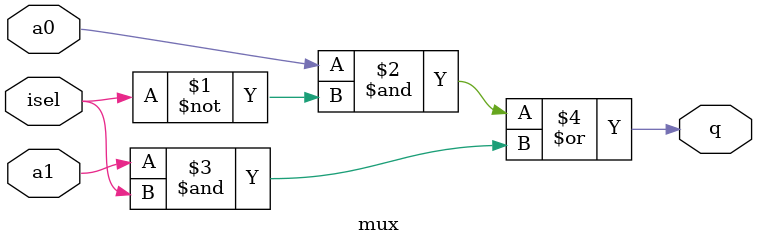
<source format=v>
`ifndef MUX_V
`define MUX_V

module mux(input isel, input a0, a1, output q);
  assign q = a0 & ~isel | a1 & isel;
endmodule

`endif // MUX_V

</source>
